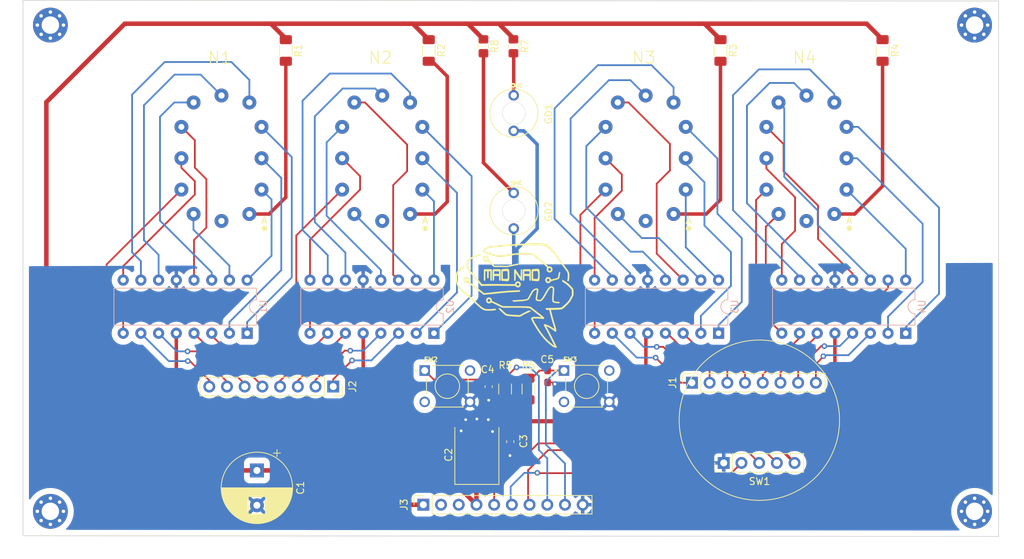
<source format=kicad_pcb>
(kicad_pcb (version 20211014) (generator pcbnew)
  (layers (0 "F.Cu" signal) (31 "B.Cu" signal) (34 "B.Paste" user) (35 "F.Paste" user) (36 "B.SilkS" user "B.Silkscreen") (37 "F.SilkS" user "F.Silkscreen") (38 "B.Mask" user) (39 "F.Mask" user) (44 "Edge.Cuts" user))
  (net 0 "")
  (net 1 "Vdrive")
  (net 2 "+5V")
  (net 4 "Earth")
  (net 8 "NIXIE1_C")
  (net 9 "NIXIE1_B")
  (net 10 "NIXIE1_D")
  (net 11 "NIXIE1_A")
  (net 12 "NIXIE2_C")
  (net 13 "NIXIE2_B")
  (net 14 "NIXIE2_D")
  (net 15 "NIXIE2_A")
  (net 16 "NIXIE3_C")
  (net 17 "NIXIE3_B")
  (net 18 "NIXIE3_D")
  (net 19 "NIXIE3_A")
  (net 20 "NIXIE4_C")
  (net 21 "NIXIE4_B")
  (net 22 "NIXIE4_D")
  (net 23 "NIXIE4_A")
  (net 24 "NX1_5")
  (net 25 "NX1_4")
  (net 26 "NX1_3")
  (net 27 "NX1_2")
  (net 28 "NX1_1")
  (net 29 "NX1_9")
  (net 30 "NX1_8")
  (net 31 "NX1_7")
  (net 32 "NX1_6")
  (net 33 "NX2_5")
  (net 34 "NX2_4")
  (net 35 "NX2_3")
  (net 36 "NX2_2")
  (net 37 "NX2_1")
  (net 38 "NX2_9")
  (net 39 "NX2_8")
  (net 40 "NX2_7")
  (net 41 "NX2_6")
  (net 42 "NX3_5")
  (net 43 "NX3_4")
  (net 44 "NX3_3")
  (net 45 "NX3_2")
  (net 46 "NX3_1")
  (net 47 "NX3_9")
  (net 48 "NX3_8")
  (net 49 "NX3_7")
  (net 50 "NX3_6")
  (net 51 "NX4_5")
  (net 52 "NX4_4")
  (net 53 "NX4_3")
  (net 54 "NX4_2")
  (net 55 "NX4_1")
  (net 56 "NX4_9")
  (net 57 "NX4_8")
  (net 58 "NX4_7")
  (net 59 "NX4_6")
  (net 60 "NX1_0")
  (net 61 "NX2_0")
  (net 62 "NX3_0")
  (net 63 "NX4_0")
  (net 64 "Net-(GD1-Pad1)")
  (net 65 "Net-(GD2-Pad1)")
  (net 66 "BUTTON_OK")
  (net 67 "BUTTON_NOPE")
  (net 68 "DATA")
  (net 69 "CLK")
  (net 70 "SWITCH")
  (net 73 "Net-(N1-Pad1)")
  (net 74 "Net-(N2-Pad1)")
  (net 75 "Net-(N3-Pad1)")
  (net 76 "Net-(N4-Pad1)")
  (footprint "Retro_clock:IN-12A" (layer "F.Cu") (at 81.32 61.4)
    (fp_text reference "N1")
    (fp_text value "IN-12A")
    (fp_line (start 2.545937 0.000001) (end 2.545937 0.000001) (layer "Edge.Cuts") (width 0.00425))
    (fp_curve (pts (xy 1.800249 -1.800301) (xy 2.277705 -1.322832) (xy 2.545937 -0.675244) (xy 2.545937 0.000001)) (layer "Edge.Cuts") (width 0.00425))
    (fp_curve (pts (xy -1.800249 -1.800301) (xy -1.322795 -2.27777) (xy -0.675224 -2.546009) (xy -0.000001 -2.546009)) (layer "Edge.Cuts") (width 0.00425))
    (fp_curve (pts (xy -2.545937 0.000001) (xy -2.545937 -0.675244) (xy -2.277705 -1.322832) (xy -1.800249 -1.800301)) (layer "Edge.Cuts") (width 0.00425))
    (fp_curve (pts (xy -0.000001 2.54601) (xy -1.406082 2.54601) (xy -2.545937 1.406123) (xy -2.545937 0.000001)) (layer "Edge.Cuts") (width 0.00425))
    (fp_curve (pts (xy -0.000001 -2.546009) (xy 0.675224 -2.546009) (xy 1.322792 -2.27777) (xy 1.800249 -1.800301)) (layer "Edge.Cuts") (width 0.00425))
    (fp_curve (pts (xy 2.545937 0.000001) (xy 2.545937 1.406123) (xy 1.406082 2.54601) (xy -0.000001 2.54601)) (layer "Edge.Cuts") (width 0.00425))
  )
  (footprint "Retro_clock:IN-12A" (layer "F.Cu") (at 104.380001 61.4)
    (fp_text reference "N2")
    (fp_text value "IN-12A")
    (fp_line (start 2.545937 0.000001) (end 2.545937 0.000001) (layer "Edge.Cuts") (width 0.00425))
    (fp_curve (pts (xy 1.800249 -1.800301) (xy 2.277705 -1.322832) (xy 2.545937 -0.675244) (xy 2.545937 0.000001)) (layer "Edge.Cuts") (width 0.00425))
    (fp_curve (pts (xy -0.000001 2.54601) (xy -1.406082 2.54601) (xy -2.545937 1.406123) (xy -2.545937 0.000001)) (layer "Edge.Cuts") (width 0.00425))
    (fp_curve (pts (xy 2.545937 0.000001) (xy 2.545937 1.406123) (xy 1.406082 2.54601) (xy -0.000001 2.54601)) (layer "Edge.Cuts") (width 0.00425))
    (fp_curve (pts (xy -1.800249 -1.800301) (xy -1.322795 -2.27777) (xy -0.675224 -2.546009) (xy -0.000001 -2.546009)) (layer "Edge.Cuts") (width 0.00425))
    (fp_curve (pts (xy -2.545937 0.000001) (xy -2.545937 -0.675244) (xy -2.277705 -1.322832) (xy -1.800249 -1.800301)) (layer "Edge.Cuts") (width 0.00425))
    (fp_curve (pts (xy -0.000001 -2.546009) (xy 0.675224 -2.546009) (xy 1.322792 -2.27777) (xy 1.800249 -1.800301)) (layer "Edge.Cuts") (width 0.00425))
  )
  (footprint "Retro_clock:IN-12A" (layer "F.Cu") (at 142.17 61.4)
    (fp_text reference "N3")
    (fp_text value "IN-12A")
    (fp_line (start 2.545937 0.000001) (end 2.545937 0.000001) (layer "Edge.Cuts") (width 0.00425))
    (fp_curve (pts (xy -1.800249 -1.800301) (xy -1.322795 -2.27777) (xy -0.675224 -2.546009) (xy -0.000001 -2.546009)) (layer "Edge.Cuts") (width 0.00425))
    (fp_curve (pts (xy 1.800249 -1.800301) (xy 2.277705 -1.322832) (xy 2.545937 -0.675244) (xy 2.545937 0.000001)) (layer "Edge.Cuts") (width 0.00425))
    (fp_curve (pts (xy -0.000001 -2.546009) (xy 0.675224 -2.546009) (xy 1.322792 -2.27777) (xy 1.800249 -1.800301)) (layer "Edge.Cuts") (width 0.00425))
    (fp_curve (pts (xy -0.000001 2.54601) (xy -1.406082 2.54601) (xy -2.545937 1.406123) (xy -2.545937 0.000001)) (layer "Edge.Cuts") (width 0.00425))
    (fp_curve (pts (xy -2.545937 0.000001) (xy -2.545937 -0.675244) (xy -2.277705 -1.322832) (xy -1.800249 -1.800301)) (layer "Edge.Cuts") (width 0.00425))
    (fp_curve (pts (xy 2.545937 0.000001) (xy 2.545937 1.406123) (xy 1.406082 2.54601) (xy -0.000001 2.54601)) (layer "Edge.Cuts") (width 0.00425))
  )
  (footprint "Retro_clock:IN-12A" (layer "F.Cu") (at 165.230001 61.4)
    (fp_text reference "N4")
    (fp_text value "IN-12A")
    (fp_line (start 2.545937 0.000001) (end 2.545937 0.000001) (layer "Edge.Cuts") (width 0.00425))
    (fp_curve (pts (xy -1.800249 -1.800301) (xy -1.322795 -2.27777) (xy -0.675224 -2.546009) (xy -0.000001 -2.546009)) (layer "Edge.Cuts") (width 0.00425))
    (fp_curve (pts (xy 1.800249 -1.800301) (xy 2.277705 -1.322832) (xy 2.545937 -0.675244) (xy 2.545937 0.000001)) (layer "Edge.Cuts") (width 0.00425))
    (fp_curve (pts (xy -0.000001 2.54601) (xy -1.406082 2.54601) (xy -2.545937 1.406123) (xy -2.545937 0.000001)) (layer "Edge.Cuts") (width 0.00425))
    (fp_curve (pts (xy -0.000001 -2.546009) (xy 0.675224 -2.546009) (xy 1.322792 -2.27777) (xy 1.800249 -1.800301)) (layer "Edge.Cuts") (width 0.00425))
    (fp_curve (pts (xy -2.545937 0.000001) (xy -2.545937 -0.675244) (xy -2.277705 -1.322832) (xy -1.800249 -1.800301)) (layer "Edge.Cuts") (width 0.00425))
    (fp_curve (pts (xy 2.545937 0.000001) (xy 2.545937 1.406123) (xy 1.406082 2.54601) (xy -0.000001 2.54601)) (layer "Edge.Cuts") (width 0.00425))
  )
  (footprint "Resistor_SMD:R_1206_3216Metric_Pad1.30x1.75mm_HandSolder" (layer "F.Cu") (at 90.55 45.94 -90)
    (fp_text reference "R1")
    (fp_text value "15k")
  )
  (footprint "Resistor_SMD:R_1206_3216Metric_Pad1.30x1.75mm_HandSolder" (layer "F.Cu") (at 111.05 45.94 -90)
    (fp_text reference "R2")
    (fp_text value "15k")
  )
  (footprint "Resistor_SMD:R_1206_3216Metric_Pad1.30x1.75mm_HandSolder" (layer "F.Cu") (at 152.9 45.94 -90)
    (fp_text reference "R3")
    (fp_text value "15k")
  )
  (footprint "Resistor_SMD:R_1206_3216Metric_Pad1.30x1.75mm_HandSolder" (layer "F.Cu") (at 176.15 45.94 -90)
    (fp_text reference "R4")
    (fp_text value "15k")
  )
  (footprint "Resistor_SMD:R_1206_3216Metric_Pad1.30x1.75mm_HandSolder" (layer "F.Cu") (at 122 94.5 90)
    (fp_text reference "R5")
    (fp_text value "10k")
  )
  (footprint "Resistor_SMD:R_1206_3216Metric_Pad1.30x1.75mm_HandSolder" (layer "F.Cu") (at 125.35 94.5 90)
    (fp_text reference "R6")
    (fp_text value "10k")
  )
  (footprint "Retro_clock:KLS7-TS6601-13.0-180" (layer "F.Cu") (at 113.719 94.1)
    (fp_text reference "SW2")
    (fp_text value "KLS7-TS6601-13.0-180")
  )
  (footprint "Retro_clock:KLS7-TS6601-13.0-180" (layer "F.Cu") (at 133.7 94.1)
    (fp_text reference "SW3")
    (fp_text value "KLS7-TS6601-13.0-180")
  )
  (footprint "Capacitor_SMD:C_0603_1608Metric_Pad1.08x0.95mm_HandSolder" (layer "F.Cu") (at 122.75 102.05 -90)
    (fp_text reference "C3")
    (fp_text value "100nF")
  )
  (footprint "Resistor_SMD:R_0805_2012Metric_Pad1.20x1.40mm_HandSolder" (layer "F.Cu") (at 123.2 45.34 -90)
    (fp_text reference "R7")
    (fp_text value "240k")
  )
  (footprint "Resistor_SMD:R_0805_2012Metric_Pad1.20x1.40mm_HandSolder" (layer "F.Cu") (at 118.9 45.34 -90)
    (fp_text reference "R8")
    (fp_text value "240k")
  )
  (footprint "Retro_clock:INS-1" (layer "F.Cu") (at 123.16 54.96 -90)
    (fp_text reference "GD1")
    (fp_text value "INS-1")
    (fp_line (start 1.606773 -0.103085) (end 1.606773 -0.103085) (layer "Edge.Cuts") (width 0.05))
    (fp_curve (pts (xy -0.03 1.533829) (xy -0.933964 1.533829) (xy -1.666772 0.800958) (xy -1.666772 -0.103085)) (layer "Edge.Cuts") (width 0.05))
    (fp_curve (pts (xy 1.606773 -0.103085) (xy 1.606773 0.800958) (xy 0.873965 1.533829) (xy -0.03 1.533829)) (layer "Edge.Cuts") (width 0.05))
    (fp_curve (pts (xy -0.03 -1.74) (xy 0.404099 -1.74) (xy 0.820419 -1.567539) (xy 1.127373 -1.260558)) (layer "Edge.Cuts") (width 0.05))
    (fp_curve (pts (xy -1.187373 -1.260558) (xy -0.880418 -1.567539) (xy -0.464099 -1.74) (xy -0.03 -1.74)) (layer "Edge.Cuts") (width 0.05))
    (fp_curve (pts (xy -1.666772 -0.103085) (xy -1.666772 -0.537222) (xy -1.494327 -0.953577) (xy -1.187373 -1.260558)) (layer "Edge.Cuts") (width 0.05))
    (fp_curve (pts (xy 1.127373 -1.260558) (xy 1.434328 -0.953577) (xy 1.606773 -0.537222) (xy 1.606773 -0.103085)) (layer "Edge.Cuts") (width 0.05))
  )
  (footprint "Retro_clock:INS-1" (layer "F.Cu") (at 123.16 68.96 -90)
    (fp_text reference "GD2")
    (fp_text value "INS-1")
    (fp_line (start 1.606773 -0.103085) (end 1.606773 -0.103085) (layer "Edge.Cuts") (width 0.05))
    (fp_curve (pts (xy -0.03 1.533829) (xy -0.933964 1.533829) (xy -1.666772 0.800958) (xy -1.666772 -0.103085)) (layer "Edge.Cuts") (width 0.05))
    (fp_curve (pts (xy -1.187373 -1.260558) (xy -0.880418 -1.567539) (xy -0.464099 -1.74) (xy -0.03 -1.74)) (layer "Edge.Cuts") (width 0.05))
    (fp_curve (pts (xy 1.606773 -0.103085) (xy 1.606773 0.800958) (xy 0.873965 1.533829) (xy -0.03 1.533829)) (layer "Edge.Cuts") (width 0.05))
    (fp_curve (pts (xy -1.666772 -0.103085) (xy -1.666772 -0.537222) (xy -1.494327 -0.953577) (xy -1.187373 -1.260558)) (layer "Edge.Cuts") (width 0.05))
    (fp_curve (pts (xy 1.127373 -1.260558) (xy 1.434328 -0.953577) (xy 1.606773 -0.537222) (xy 1.606773 -0.103085)) (layer "Edge.Cuts") (width 0.05))
    (fp_curve (pts (xy -0.03 -1.74) (xy 0.404099 -1.74) (xy 0.820419 -1.567539) (xy 1.127373 -1.260558)) (layer "Edge.Cuts") (width 0.05))
  )
  (footprint "Capacitor_SMD:C_0603_1608Metric_Pad1.08x0.95mm_HandSolder" (layer "F.Cu") (at 119.65 94.1625 -90)
    (fp_text reference "C4")
    (fp_text value "0.1uF")
  )
  (footprint "Capacitor_SMD:C_0603_1608Metric_Pad1.08x0.95mm_HandSolder" (layer "F.Cu") (at 128.1 92.7 -90)
    (fp_text reference "C5")
    (fp_text value "0.1uF")
  )
  (footprint "Retro_clock:Encoder" (layer "F.Cu") (at 162.315 105.105 -90)
    (fp_text reference "SW1")
    (fp_text value "Rotary_Encoder_Switch")
  )
  (footprint "MountingHole:MountingHole_2.5mm_Pad_Via" (layer "F.Cu") (at 189.35 42.3)
    (fp_text reference "H1" hide)
    (fp_text value "MountingHole")
  )
  (footprint "MountingHole:MountingHole_2.5mm_Pad_Via" (layer "F.Cu") (at 56.775 112.05)
    (fp_text reference "H2" hide)
    (fp_text value "MountingHole")
  )
  (footprint "MountingHole:MountingHole_2.5mm_Pad_Via" (layer "F.Cu") (at 56.775 42.3)
    (fp_text reference "H4" hide)
    (fp_text value "MountingHole")
  )
  (footprint "MountingHole:MountingHole_2.5mm_Pad_Via" (layer "F.Cu") (at 189.35 112.05)
    (fp_text reference "H3" hide)
    (fp_text value "MountingHole")
  )
  (footprint "Connector_PinSocket_2.54mm:PinSocket_1x10_P2.54mm_Vertical" (layer "F.Cu") (at 110.275 111.1 90)
    (fp_text reference "J3")
    (fp_text value "Conn_01x10_Female")
  )
  (footprint "Capacitor_THT:CP_Radial_D10.0mm_P5.00mm" (layer "F.Cu") (at 86.4 106.182323 -90)
    (fp_text reference "C1")
    (fp_text value "22uF")
  )
  (footprint "Connector_PinSocket_2.54mm:PinSocket_1x08_P2.54mm_Vertical" (layer "F.Cu") (at 97.35 94.15 -90)
    (fp_text reference "J2")
    (fp_text value "Conn_01x08_Female")
  )
  (footprint "Connector_PinSocket_2.54mm:PinSocket_1x08_P2.54mm_Vertical" (layer "F.Cu") (at 148.8 93.6 90)
    (fp_text reference "J1")
    (fp_text value "Conn_01x08_Female")
  )
  (footprint "NadSilk:brain_logo" (layer "F.Cu") (at 123.25 80.85)
    (fp_text reference "G***" hide)
    (fp_text value "LOGO" hide)
  )
  (footprint "Capacitor_Tantalum_SMD:CP_EIA-7361-38_AVX-V_Pad2.18x3.30mm_HandSolder" (layer "F.Cu") (at 117.95 103.65 90)
    (fp_text reference "C2")
    (fp_text value "22uF")
  )
  (footprint "Package_DIP:DIP-16_W7.62mm" (layer "B.Cu") (at 111.8 86.5 90)
    (fp_text reference "U2")
    (fp_text value "K155ID1")
  )
  (footprint "Package_DIP:DIP-16_W7.62mm" (layer "B.Cu") (at 85 86.5 90)
    (fp_text reference "U1")
    (fp_text value "K155ID1")
  )
  (footprint "Package_DIP:DIP-16_W7.62mm" (layer "B.Cu") (at 179.475 86.5 90)
    (fp_text reference "U4")
    (fp_text value "K155ID1")
  )
  (footprint "Package_DIP:DIP-16_W7.62mm" (layer "B.Cu") (at 152.625 86.5 90)
    (fp_text reference "U3")
    (fp_text value "K155ID1")
  )
  (gr_line (start 52.85 115.55) (end 52.85 38.75) (layer "Edge.Cuts") (width 0.1))
  (gr_line (start 192.8 38.85) (end 192.8 115.65) (layer "Edge.Cuts") (width 0.1))
  (gr_line (start 52.85 38.75) (end 192.8 38.85) (layer "Edge.Cuts") (width 0.1))
  (gr_line (start 192.8 115.65) (end 52.85 115.55) (layer "Edge.Cuts") (width 0.1))
  (segment (start 88.4 42.1) (end 87.55 42.1) (width 0.65) (layer "F.Cu") (net 1))
  (segment (start 108.4 111.1) (end 103.482323 106.182323) (width 0.65) (layer "F.Cu") (net 1))
  (segment (start 108.76 42.1) (end 107.25 42.1) (width 0.65) (layer "F.Cu") (net 1))
  (segment (start 150.61 42.1) (end 149.65 42.1) (width 0.65) (layer "F.Cu") (net 1))
  (segment (start 118.9 44.34) (end 116.66 42.1) (width 0.65) (layer "F.Cu") (net 1))
  (segment (start 87.55 42.1) (end 107.25 42.1) (width 0.65) (layer "F.Cu") (net 1))
  (segment (start 149.65 42.1) (end 173.86 42.1) (width 0.65) (layer "F.Cu") (net 1))
  (segment (start 103.482323 106.182323) (end 63.682323 106.182323) (width 0.65) (layer "F.Cu") (net 1))
  (segment (start 121.1 42.1) (end 149.65 42.1) (width 0.65) (layer "F.Cu") (net 1))
  (segment (start 90.55 44.25) (end 88.4 42.1) (width 0.65) (layer "F.Cu") (net 1))
  (segment (start 63.682323 106.182323) (end 56.2 98.7) (width 0.65) (layer "F.Cu") (net 1))
  (segment (start 90.55 44.39) (end 90.55 44.25) (width 0.65) (layer "F.Cu") (net 1))
  (segment (start 56.2 53.35) (end 67.45 42.1) (width 0.65) (layer "F.Cu") (net 1))
  (segment (start 110.275 111.1) (end 108.4 111.1) (width 0.65) (layer "F.Cu") (net 1))
  (segment (start 107.25 42.1) (end 116.1 42.1) (width 0.65) (layer "F.Cu") (net 1))
  (segment (start 123.2 44.2) (end 121.1 42.1) (width 0.65) (layer "F.Cu") (net 1))
  (segment (start 56.2 98.7) (end 56.2 53.35) (width 0.65) (layer "F.Cu") (net 1))
  (segment (start 152.9 44.39) (end 150.61 42.1) (width 0.65) (layer "F.Cu") (net 1))
  (segment (start 173.86 42.1) (end 176.15 44.39) (width 0.65) (layer "F.Cu") (net 1))
  (segment (start 123.2 44.34) (end 123.2 44.2) (width 0.65) (layer "F.Cu") (net 1))
  (segment (start 67.45 42.1) (end 87.55 42.1) (width 0.65) (layer "F.Cu") (net 1))
  (segment (start 116.1 42.1) (end 121.1 42.1) (width 0.65) (layer "F.Cu") (net 1))
  (segment (start 111.05 44.39) (end 108.76 42.1) (width 0.65) (layer "F.Cu") (net 1))
  (segment (start 116.66 42.1) (end 116.1 42.1) (width 0.65) (layer "F.Cu") (net 1))
  (segment (start 142.465 86.5) (end 142.2 86.765) (width 0.5) (layer "F.Cu") (net 2))
  (segment (start 101.65 86.51) (end 101.65 94.855) (width 0.5) (layer "F.Cu") (net 2))
  (segment (start 78.55 99.8) (end 76.75 98) (width 0.5) (layer "F.Cu") (net 2))
  (segment (start 125.95 96.05) (end 124.3 96.05) (width 0.25) (layer "F.Cu") (net 2))
  (segment (start 163.525 105.105) (end 157.62 99.2) (width 0.4) (layer "F.Cu") (net 2))
  (segment (start 74.84 86.5) (end 74.84 96.09) (width 0.5) (layer "F.Cu") (net 2))
  (segment (start 117.95 105.7375) (end 117.95 106.8375) (width 0.6) (layer "F.Cu") (net 2))
  (segment (start 165.4 99.05) (end 157.5 99.05) (width 0.5) (layer "F.Cu") (net 2))
  (segment (start 169.315 95.135) (end 165.4 99.05) (width 0.5) (layer "F.Cu") (net 2))
  (segment (start 117.895 111.1) (end 107.1475 100.3525) (width 0.65) (layer "F.Cu") (net 2))
  (segment (start 101.64 86.5) (end 101.65 86.51) (width 0.5) (layer "F.Cu") (net 2))
  (segment (start 157.475 99.125) (end 157.5 99.15) (width 0.6) (layer "F.Cu") (net 2))
  (segment (start 142.2 94.45) (end 137.525 99.125) (width 0.5) (layer "F.Cu") (net 2))
  (segment (start 74.84 96.09) (end 76.75 98) (width 0.5) (layer "F.Cu") (net 2))
  (segment (start 123.1 96.05) (end 123.7 96.65) (width 0.25) (layer "F.Cu") (net 2))
  (segment (start 106.595 99.8) (end 78.55 99.8) (width 0.5) (layer "F.Cu") (net 2))
  (segment (start 137.525 99.125) (end 124.5625 99.125) (width 0.6) (layer "F.Cu") (net 2))
  (segment (start 117.895 106.155) (end 117.895 111.1) (width 0.65) (layer "F.Cu") (net 2))
  (segment (start 121.35 96.05) (end 123.1 96.05) (width 0.25) (layer "F.Cu") (net 2))
  (segment (start 124.3 96.05) (end 123.7 96.65) (width 0.25) (layer "F.Cu") (net 2))
  (segment (start 101.65 94.855) (end 107.1475 100.3525) (width 0.5) (layer "F.Cu") (net 2))
  (segment (start 107.1475 100.3525) (end 106.595 99.8) (width 0.5) (layer "F.Cu") (net 2))
  (segment (start 124.5625 99.125) (end 117.95 105.7375) (width 0.6) (layer "F.Cu") (net 2))
  (segment (start 169.315 86.5) (end 169.315 95.135) (width 0.5) (layer "F.Cu") (net 2))
  (segment (start 137.525 99.125) (end 157.475 99.125) (width 0.6) (layer "F.Cu") (net 2))
  (segment (start 123.55 100.1) (end 123.55 96.55) (width 0.4) (layer "F.Cu") (net 2))
  (segment (start 142.2 86.765) (end 142.2 94.45) (width 0.5) (layer "F.Cu") (net 2))
  (segment (start 129.15 93.8) (end 128.9125 93.5625) (width 0.25) (layer "F.Cu") (net 4))
  (segment (start 117.95 100.4625) (end 117.95 98.8) (width 0.4) (layer "F.Cu") (net 4))
  (segment (start 117.95 100.4625) (end 115.7375 100.4625) (width 0.4) (layer "F.Cu") (net 4))
  (segment (start 119.65 95.025) (end 119.65 96.1) (width 0.25) (layer "F.Cu") (net 4))
  (segment (start 117.95 100.4625) (end 120.0625 100.4625) (width 0.4) (layer "F.Cu") (net 4))
  (segment (start 115.7375 100.4625) (end 115.7 100.5) (width 0.4) (layer "F.Cu") (net 4))
  (segment (start 122.75 102.9125) (end 122.75 104) (width 0.4) (layer "F.Cu") (net 4))
  (segment (start 118.0375 100.4625) (end 119.6 98.9) (width 0.4) (layer "F.Cu") (net 4))
  (segment (start 117.95 100.4625) (end 117.9125 100.4625) (width 0.4) (layer "F.Cu") (net 4))
  (segment (start 128.9125 93.5625) (end 128.1 93.5625) (width 0.25) (layer "F.Cu") (net 4))
  (segment (start 117.9125 100.4625) (end 116.35 98.9) (width 0.4) (layer "F.Cu") (net 4))
  (segment (start 120.0625 100.4625) (end 120.2 100.6) (width 0.4) (layer "F.Cu") (net 4))
  (segment (start 117.95 100.4625) (end 118.0375 100.4625) (width 0.4) (layer "F.Cu") (net 4))
  (segment (start 122.75 104) (end 122.7 104.05) (width 0.4) (layer "F.Cu") (net 4))
  (via (at 119.6 98.9) (size 0.8) (drill 0.4) (layers "F.Cu" "B.Cu") (net 4))
  (via (at 122.7 104.05) (size 0.8) (drill 0.4) (layers "F.Cu" "B.Cu") (net 4))
  (via (at 115.7 100.5) (size 0.8) (drill 0.4) (layers "F.Cu" "B.Cu") (net 4))
  (via (at 116.35 98.9) (size 0.8) (drill 0.4) (layers "F.Cu" "B.Cu") (net 4))
  (via (at 117.95 98.8) (size 0.8) (drill 0.4) (layers "F.Cu" "B.Cu") (net 4))
  (via (at 120.2 100.6) (size 0.8) (drill 0.4) (layers "F.Cu" "B.Cu") (net 4))
  (via (at 129.15 93.8) (size 0.8) (drill 0.4) (layers "F.Cu" "B.Cu") (net 4))
  (via (at 119.65 96.1) (size 0.8) (drill 0.4) (layers "F.Cu" "B.Cu") (net 4))
  (segment (start 126.6 71.5) (end 126.6 59.4) (width 0.5) (layer "B.Cu") (net 4))
  (segment (start 123.55 77.45) (end 123.7 77.45) (width 0.5) (layer "B.Cu") (net 4))
  (segment (start 123.7 77.45) (end 123.7 74.4) (width 0.5) (layer "B.Cu") (net 4))
  (segment (start 124.67 57.47) (end 123.24 57.47) (width 0.5) (layer "B.Cu") (net 4))
  (segment (start 123.7 74.4) (end 126.6 71.5) (width 0.5) (layer "B.Cu") (net 4))
  (segment (start 123.24 71.47) (end 123.24 77.14) (width 0.5) (layer "B.Cu") (net 4))
  (segment (start 123.24 77.14) (end 123.55 77.45) (width 0.5) (layer "B.Cu") (net 4))
  (segment (start 126.6 59.4) (end 124.67 57.47) (width 0.5) (layer "B.Cu") (net 4))
  (segment (start 79.57 93.27) (end 76.8 90.5) (width 0.25) (layer "F.Cu") (net 8))
  (segment (start 79.57 94.15) (end 79.57 93.27) (width 0.25) (layer "F.Cu") (net 8))
  (segment (start 76.8 90.5) (end 76.485 90.5) (width 0.25) (layer "F.Cu") (net 8))
  (via (at 76.485 90.5) (size 0.8) (drill 0.4) (layers "F.Cu" "B.Cu") (net 8))
  (segment (start 73.76 90.5) (end 69.76 86.5) (width 0.25) (layer "B.Cu") (net 8))
  (segment (start 76.485 90.5) (end 73.76 90.5) (width 0.25) (layer "B.Cu") (net 8))
  (segment (start 82.11 93.46) (end 77.75 89.1) (width 0.25) (layer "F.Cu") (net 9))
  (segment (start 82.11 94.15) (end 82.11 93.46) (width 0.25) (layer "F.Cu") (net 9))
  (segment (start 77.75 89.1) (end 76.45 89.1) (width 0.25) (layer "F.Cu") (net 9))
  (via (at 76.45 89.1) (size 0.8) (drill 0.4) (layers "F.Cu" "B.Cu") (net 9))
  (segment (start 74.9 89.1) (end 72.3 86.5) (width 0.25) (layer "B.Cu") (net 9))
  (segment (start 76.45 89.1) (end 74.9 89.1) (width 0.25) (layer "B.Cu") (net 9))
  (segment (start 84.65 93.77) (end 84.65 94.15) (width 0.25) (layer "F.Cu") (net 10))
  (segment (start 77.38 86.5) (end 84.65 93.77) (width 0.25) (layer "F.Cu") (net 10))
  (segment (start 79.92 86.82) (end 79.92 86.5) (width 0.25) (layer "F.Cu") (net 11))
  (segment (start 87.25 94.15) (end 79.92 86.82) (width 0.25) (layer "F.Cu") (net 11))
  (segment (start 96.56 86.5) (end 89.73 93.33) (width 0.25) (layer "F.Cu") (net 12))
  (segment (start 89.73 93.33) (end 89.73 94.15) (width 0.25) (layer "F.Cu") (net 12))
  (segment (start 92.27 93.33) (end 92.27 94.15) (width 0.25) (layer "F.Cu") (net 13))
  (segment (start 99.1 86.5) (end 92.27 93.33) (width 0.25) (layer "F.Cu") (net 13))
  (segment (start 99.8 89) (end 99 89) (width 0.25) (layer "F.Cu") (net 14))
  (segment (start 94.81 93.19) (end 94.81 94.15) (width 0.25) (layer "F.Cu") (net 14))
  (segment (start 99 89) (end 94.81 93.19) (width 0.25) (layer "F.Cu") (net 14))
  (via (at 99.8 89) (size 0.8) (drill 0.4) (layers "F.Cu" "B.Cu") (net 14))
  (segment (start 104.18 86.5) (end 101.68 89) (width 0.25) (layer "B.Cu") (net 14))
  (segment (start 101.68 89) (end 99.8 89) (width 0.25) (layer "B.Cu") (net 14))
  (segment (start 100.05 90.4) (end 97.35 93.1) (width 0.25) (layer "F.Cu") (net 15))
  (segment (start 97.35 93.1) (end 97.35 94.15) (width 0.25) (layer "F.Cu") (net 15))
  (via (at 100.05 90.4) (size 0.8) (drill 0.4) (layers "F.Cu" "B.Cu") (net 15))
  (segment (start 106.72 86.5) (end 102.82 90.4) (width 0.25) (layer "B.Cu") (net 15))
  (segment (start 102.82 90.4) (end 100.05 90.4) (width 0.25) (layer "B.Cu") (net 15))
  (segment (start 147.2 93.6) (end 148.8 93.6) (width 0.25) (layer "F.Cu") (net 16))
  (segment (start 143.6 90) (end 147.2 93.6) (width 0.25) (layer "F.Cu") (net 16))
  (via (at 143.6 90) (size 0.8) (drill 0.4) (layers "F.Cu" "B.Cu") (net 16))
  (segment (start 143.6 90) (end 140.885 90) (width 0.25) (layer "B.Cu") (net 16))
  (segment (start 140.885 90) (end 137.385 86.5) (width 0.25) (layer "B.Cu") (net 16))
  (segment (start 144.7 88.45) (end 147.25 91) (width 0.25) (layer "F.Cu") (net 17))
  (segment (start 147.25 91) (end 150.4 91) (width 0.25) (layer "F.Cu") (net 17))
  (segment (start 151.34 91.94) (end 151.34 93.6) (width 0.25) (layer "F.Cu") (net 17))
  (segment (start 143.75 88.45) (end 144.7 88.45) (width 0.25) (layer "F.Cu") (net 17))
  (segment (start 150.4 91) (end 151.34 91.94) (width 0.25) (layer "F.Cu") (net 17))
  (via (at 143.75 88.45) (size 0.8) (drill 0.4) (layers "F.Cu" "B.Cu") (net 17))
  (segment (start 143.75 88.45) (end 141.875 88.45) (width 0.25) (layer "B.Cu") (net 17))
  (segment (start 141.875 88.45) (end 139.925 86.5) (width 0.25) (layer "B.Cu") (net 17))
  (segment (start 145.005 86.5) (end 145.25 86.5) (width 0.25) (layer "F.Cu") (net 18))
  (segment (start 153.88 91.48) (end 153.88 93.6) (width 0.25) (layer "F.Cu") (net 18))
  (segment (start 145.25 86.5) (end 148.5 89.75) (width 0.25) (layer "F.Cu") (net 18))
  (segment (start 148.5 89.75) (end 152.15 89.75) (width 0.25) (layer "F.Cu") (net 18))
  (segment (start 152.15 89.75) (end 153.88 91.48) (width 0.25) (layer "F.Cu") (net 18))
  (segment (start 156.42 92.27) (end 156.42 93.6) (width 0.25) (layer "F.Cu") (net 19))
  (segment (start 149.845 88.8) (end 152.95 88.8) (width 0.25) (layer "F.Cu") (net 19))
  (segment (start 152.95 88.8) (end 156.42 92.27) (width 0.25) (layer "F.Cu") (net 19))
  (segment (start 147.545 86.5) (end 149.845 88.8) (width 0.25) (layer "F.Cu") (net 19))
  (segment (start 164.235 87.165) (end 158.96 92.44) (width 0.25) (layer "F.Cu") (net 20))
  (segment (start 164.235 86.5) (end 164.235 87.165) (width 0.25) (layer "F.Cu") (net 20))
  (segment (start 158.96 92.44) (end 158.96 93.6) (width 0.25) (layer "F.Cu") (net 20))
  (segment (start 166.775 86.825) (end 161.5 92.1) (width 0.25) (layer "F.Cu") (net 21))
  (segment (start 161.5 92.1) (end 161.5 93.6) (width 0.25) (layer "F.Cu") (net 21))
  (segment (start 166.775 86.5) (end 166.775 86.825) (width 0.25) (layer "F.Cu") (net 21))
  (segment (start 167.8 88.35) (end 167.35 88.35) (width 0.25) (layer "F.Cu") (net 22))
  (segment (start 164.04 91.66) (end 164.04 93.6) (width 0.25) (layer "F.Cu") (net 22))
  (segment (start 167.35 88.35) (end 164.04 91.66) (width 0.25) (layer "F.Cu") (net 22))
  (via (at 167.8 88.35) (size 0.8) (drill 0.4) (layers "F.Cu" "B.Cu") (net 22))
  (segment (start 170.005 88.35) (end 167.8 88.35) (width 0.25) (layer "B.Cu") (net 22))
  (segment (start 171.855 86.5) (end 170.005 88.35) (width 0.25) (layer "B.Cu") (net 22))
  (segment (start 166.58 90.92) (end 166.58 93.6) (width 0.25) (layer "F.Cu") (net 23))
  (segment (start 167.65 89.85) (end 166.58 90.92) (width 0.25) (layer "F.Cu") (net 23))
  (segment (start 167.65 89.8) (end 167.65 89.85) (width 0.25) (layer "F.Cu") (net 23))
  (via (at 167.65 89.8) (size 0.8) (drill 0.4) (layers "F.Cu" "B.Cu") (net 23))
  (segment (start 167.65 89.8) (end 167.8 89.65) (width 0.25) (layer "B.Cu") (net 23))
  (segment (start 174.4 86.5) (end 174.395 86.5) (width 0.25) (layer "B.Cu") (net 23))
  (segment (start 167.8 89.65) (end 171.25 89.65) (width 0.25) (layer "B.Cu") (net 23))
  (segment (start 171.25 89.65) (end 174.4 86.5) (width 0.25) (layer "B.Cu") (net 23))
  (segment (start 72.5 70.35) (end 72.5 55.45) (width 0.25) (layer "B.Cu") (net 24))
  (segment (start 79.92 77.77) (end 72.5 70.35) (width 0.25) (layer "B.Cu") (net 24))
  (segment (start 72.5 55.45) (end 74.55 53.4) (width 0.25) (layer "B.Cu") (net 24))
  (segment (start 74.55 53.4) (end 77.32 53.4) (width 0.25) (layer "B.Cu") (net 24))
  (segment (start 79.92 78.88) (end 79.92 77.77) (width 0.25) (layer "B.Cu") (net 24))
  (segment (start 77.5 62.75) (end 77.5 58.83) (width 0.25) (layer "F.Cu") (net 25))
  (segment (start 77.5 58.83) (end 75.57 56.9) (width 0.25) (layer "F.Cu") (net 25))
  (segment (start 79.15 64.4) (end 77.5 62.75) (width 0.25) (layer "F.Cu") (net 25))
  (segment (start 77.38 73.12) (end 79.15 71.35) (width 0.25) (layer "F.Cu") (net 25))
  (segment (start 77.38 78.88) (end 77.38 73.12) (width 0.25) (layer "F.Cu") (net 25))
  (segment (start 79.15 71.35) (end 79.15 64.4) (width 0.25) (layer "F.Cu") (net 25))
  (segment (start 67.22 76.88) (end 77.5 66.6) (width 0.25) (layer "F.Cu") (net 26))
  (segment (start 67.22 78.88) (end 67.22 76.88) (width 0.25) (layer "F.Cu") (net 26))
  (segment (start 77.5 66.6) (end 77.5 64.7) (width 0.25) (layer "F.Cu") (net 26))
  (segment (start 75.57 62.77) (end 75.57 61.4) (width 0.25) (layer "F.Cu") (net 26))
  (segment (start 77.5 64.7) (end 75.57 62.77) (width 0.25) (layer "F.Cu") (net 26))
  (segment (start 64.85 80.6) (end 64.85 76.62) (width 0.25) (layer "F.Cu") (net 27))
  (segment (start 67.22 82.97) (end 64.85 80.6) (width 0.25) (layer "F.Cu") (net 27))
  (segment (start 64.85 76.62) (end 75.57 65.9) (width 0.25) (layer "F.Cu") (net 27))
  (segment (start 67.22 86.5) (end 67.22 82.97) (width 0.25) (layer "F.Cu") (net 27))
  (segment (start 77.3 69.42) (end 77.32 69.4) (width 0.25) (layer "B.Cu") (net 28))
  (segment (start 82.46 78.88) (end 82.46 76.81) (width 0.25) (layer "B.Cu") (net 28))
  (segment (start 82.46 76.81) (end 77.3 71.65) (width 0.25) (layer "B.Cu") (net 28))
  (segment (start 77.3 71.65) (end 77.3 69.42) (width 0.25) (layer "B.Cu") (net 28))
  (segment (start 82.46 84.89) (end 89.9 77.45) (width 0.25) (layer "B.Cu") (net 29))
  (segment (start 89.9 77.45) (end 89.9 64.23) (width 0.25) (layer "B.Cu") (net 29))
  (segment (start 89.9 64.23) (end 87.07 61.4) (width 0.25) (layer "B.Cu") (net 29))
  (segment (start 82.46 86.5) (end 82.46 84.89) (width 0.25) (layer "B.Cu") (net 29))
  (segment (start 87.07 56.9) (end 91.4 61.23) (width 0.25) (layer "B.Cu") (net 30))
  (segment (start 91.4 78.5) (end 85 84.9) (width 0.25) (layer "B.Cu") (net 30))
  (segment (start 85 84.9) (end 85 86.5) (width 0.25) (layer "B.Cu") (net 30))
  (segment (start 91.4 61.23) (end 91.4 78.5) (width 0.25) (layer "B.Cu") (net 30))
  (segment (start 73.17 47.6) (end 82.75 47.6) (width 0.25) (layer "B.Cu") (net 31))
  (segment (start 85.32 50.17) (end 85.32 53.4) (width 0.25) (layer "B.Cu") (net 31))
  (segment (start 68.5 74.9) (end 68.5 52.27) (width 0.25) (layer "B.Cu") (net 31))
  (segment (start 82.75 47.6) (end 85.32 50.17) (width 0.25) (layer "B.Cu") (net 31))
  (segment (start 69.76 76.16) (end 68.5 74.9) (width 0.25) (layer "B.Cu") (net 31))
  (segment (start 69.76 78.88) (end 69.76 76.16) (width 0.25) (layer "B.Cu") (net 31))
  (segment (start 68.5 52.27) (end 73.17 47.6) (width 0.25) (layer "B.Cu") (net 31))
  (segment (start 74.6 49.4) (end 78.32 49.4) (width 0.25) (layer "B.Cu") (net 32))
  (segment (start 78.32 49.4) (end 81.32 52.4) (width 0.25) (layer "B.Cu") (net 32))
  (segment (start 70.2 73.15) (end 70.2 53.8) (width 0.25) (layer "B.Cu") (net 32))
  (segment (start 70.2 53.8) (end 74.6 49.4) (width 0.25) (layer "B.Cu") (net 32))
  (segment (start 72.3 78.88) (end 72.3 75.25) (width 0.25) (layer "B.Cu") (net 32))
  (segment (start 72.3 75.25) (end 70.2 73.15) (width 0.25) (layer "B.Cu") (net 32))
  (segment (start 105.95 65.25) (end 105.95 78.11) (width 0.25) (layer "F.Cu") (net 33))
  (segment (start 101.9 53.4) (end 107.95 59.45) (width 0.25) (layer "F.Cu") (net 33))
  (segment (start 107.95 59.45) (end 107.95 63.25) (width 0.25) (layer "F.Cu") (net 33))
  (segment (start 100.380001 53.4) (end 101.9 53.4) (width 0.25) (layer "F.Cu") (net 33))
  (segment (start 107.95 63.25) (end 105.95 65.25) (width 0.25) (layer "F.Cu") (net 33))
  (segment (start 105.95 78.11) (end 106.72 78.88) (width 0.25) (layer "F.Cu") (net 33))
  (segment (start 104.18 78.88) (end 104.18 77.43) (width 0.25) (layer "B.Cu") (net 34))
  (segment (start 96.4 59.130001) (end 98.630001 56.9) (width 0.25) (layer "B.Cu") (net 34))
  (segment (start 104.18 77.43) (end 96.4 69.65) (width 0.25) (layer "B.Cu") (net 34))
  (segment (start 96.4 69.65) (end 96.4 59.130001) (width 0.25) (layer "B.Cu") (net 34))
  (segment (start 101.2 65.9) (end 101.2 63.969999) (width 0.25) (layer "F.Cu") (net 35))
  (segment (start 101.2 63.969999) (end 98.630001 61.4) (width 0.25) (layer "F.Cu") (net 35))
  (segment (start 94.02 78.88) (end 94.02 73.08) (width 0.25) (layer "F.Cu") (net 35))
  (segment (start 94.02 73.08) (end 101.2 65.9) (width 0.25) (layer "F.Cu") (net 35))
  (segment (start 94.02 86.5) (end 94.02 84.92) (width 0.25) (layer "F.Cu") (net 36))
  (segment (start 94.02 84.92) (end 92.05 82.95) (width 0.25) (layer "F.Cu") (net 36))
  (segment (start 92.05 72.480001) (end 98.630001 65.9) (width 0.25) (layer "F.Cu") (net 36))
  (segment (start 92.05 82.95) (end 92.05 72.480001) (width 0.25) (layer "F.Cu") (net 36))
  (segment (start 100.380001 69.4) (end 109.26 78.279999) (width 0.25) (layer "B.Cu") (net 37))
  (segment (start 109.26 78.279999) (end 109.26 78.88) (width 0.25) (layer "B.Cu") (net 37))
  (segment (start 115.1 80.66) (end 115.1 66.369999) (width 0.25) (layer "B.Cu") (net 38))
  (segment (start 115.1 66.369999) (end 110.130001 61.4) (width 0.25) (layer "B.Cu") (net 38))
  (segment (start 109.26 86.5) (end 115.1 80.66) (width 0.25) (layer "B.Cu") (net 38))
  (segment (start 117.2 81.1) (end 117.2 63.969999) (width 0.25) (layer "B.Cu") (net 39))
  (segment (start 117.2 63.969999) (end 110.130001 56.9) (width 0.25) (layer "B.Cu") (net 39))
  (segment (start 111.8 86.5) (end 117.2 81.1) (width 0.25) (layer "B.Cu") (net 39))
  (segment (start 96.85 49.25) (end 105.65 49.25) (width 0.25) (layer "B.Cu") (net 40))
  (segment (start 96.56 75.31) (end 92.95 71.7) (width 0.25) (layer "B.Cu") (net 40))
  (segment (start 108.380001 51.980001) (end 108.380001 53.4) (width 0.25) (layer "B.Cu") (net 40))
  (segment (start 92.95 53.15) (end 96.85 49.25) (width 0.25) (layer "B.Cu") (net 40))
  (segment (start 105.65 49.25) (end 108.380001 51.980001) (width 0.25) (layer "B.Cu") (net 40))
  (segment (start 92.95 71.7) (end 92.95 53.15) (width 0.25) (layer "B.Cu") (net 40))
  (segment (start 96.56 78.88) (end 96.56 75.31) (width 0.25) (layer "B.Cu") (net 40))
  (segment (start 94.7 55.4) (end 98.7 51.4) (width 0.25) (layer "B.Cu") (net 41))
  (segment (start 103.380001 51.4) (end 104.380001 52.4) (width 0.25) (layer "B.Cu") (net 41))
  (segment (start 99.1 78.88) (end 99.1 74.95) (width 0.25) (layer "B.Cu") (net 41))
  (segment (start 98.7 51.4) (end 103.380001 51.4) (width 0.25) (layer "B.Cu") (net 41))
  (segment (start 94.7 70.55) (end 94.7 55.4) (width 0.25) (layer "B.Cu") (net 41))
  (segment (start 99.1 74.95) (end 94.7 70.55) (width 0.25) (layer "B.Cu") (net 41))
  (segment (start 143.75 65.05) (end 145.65 63.15) (width 0.25) (layer "F.Cu") (net 42))
  (segment (start 143.75 75.085) (end 143.75 65.05) (width 0.25) (layer "F.Cu") (net 42))
  (segment (start 147.545 78.88) (end 143.75 75.085) (width 0.25) (layer "F.Cu") (net 42))
  (segment (start 145.65 63.15) (end 145.65 59.35) (width 0.25) (layer "F.Cu") (net 42))
  (segment (start 145.65 59.35) (end 139.7 53.4) (width 0.25) (layer "F.Cu") (net 42))
  (segment (start 139.7 53.4) (end 138.17 53.4) (width 0.25) (layer "F.Cu") (net 42))
  (segment (start 140 74.8) (end 141.75 74.8) (width 0.25) (layer "B.Cu") (net 43))
  (segment (start 133.65 59.67) (end 133.65 68.45) (width 0.25) (layer "B.Cu") (net 43))
  (segment (start 133.65 68.45) (end 140 74.8) (width 0.25) (layer "B.Cu") (net 43))
  (segment (start 141.75 74.8) (end 145.005 78.055) (width 0.25) (layer "B.Cu") (net 43))
  (segment (start 145.005 78.055) (end 145.005 78.88) (width 0.25) (layer "B.Cu") (net 43))
  (segment (start 136.42 56.9) (end 133.65 59.67) (width 0.25) (layer "B.Cu") (net 43))
  (segment (start 138.75 63.73) (end 136.42 61.4) (width 0.25) (layer "F.Cu") (net 44))
  (segment (start 138.75 66.05) (end 138.75 63.73) (width 0.25) (layer "F.Cu") (net 44))
  (segment (start 134.845 78.88) (end 134.845 69.955) (width 0.25) (layer "F.Cu") (net 44))
  (segment (start 134.845 69.955) (end 138.75 66.05) (width 0.25) (layer "F.Cu") (net 44))
  (segment (start 134.845 82.745) (end 132.8 80.7) (width 0.25) (layer "F.Cu") (net 45))
  (segment (start 132.8 69.52) (end 136.42 65.9) (width 0.25) (layer "F.Cu") (net 45))
  (segment (start 134.845 86.5) (end 134.845 82.745) (width 0.25) (layer "F.Cu") (net 45))
  (segment (start 132.8 80.7) (end 132.8 69.52) (width 0.25) (layer "F.Cu") (net 45))
  (segment (start 150.085 78.88) (end 144.055 72.85) (width 0.25) (layer "B.Cu") (net 46))
  (segment (start 144.055 72.85) (end 141.62 72.85) (width 0.25) (layer "B.Cu") (net 46))
  (segment (start 141.62 72.85) (end 138.17 69.4) (width 0.25) (layer "B.Cu") (net 46))
  (segment (start 150.6 71.05) (end 150.6 64.85) (width 0.25) (layer "B.Cu") (net 47))
  (segment (start 147.92 62.17) (end 147.92 61.4) (width 0.25) (layer "B.Cu") (net 47))
  (segment (start 154.4 74.85) (end 150.6 71.05) (width 0.25) (layer "B.Cu") (net 47))
  (segment (start 150.085 84.015) (end 154.4 79.7) (width 0.25) (layer "B.Cu") (net 47))
  (segment (start 150.6 64.85) (end 147.92 62.17) (width 0.25) (layer "B.Cu") (net 47))
  (segment (start 150.085 86.5) (end 150.085 84.015) (width 0.25) (layer "B.Cu") (net 47))
  (segment (start 154.4 79.7) (end 154.4 74.85) (width 0.25) (layer "B.Cu") (net 47))
  (segment (start 152.625 86.5) (end 152.625 85.325) (width 0.25) (layer "B.Cu") (net 48))
  (segment (start 152.46 61.44) (end 147.92 56.9) (width 0.25) (layer "B.Cu") (net 48))
  (segment (start 155.95 72.85) (end 152.46 69.36) (width 0.25) (layer "B.Cu") (net 48))
  (segment (start 152.625 85.325) (end 155.95 82) (width 0.25) (layer "B.Cu") (net 48))
  (segment (start 152.46 69.36) (end 152.46 61.44) (width 0.25) (layer "B.Cu") (net 48))
  (segment (start 155.95 82) (end 155.95 72.85) (width 0.25) (layer "B.Cu") (net 48))
  (segment (start 129.1 54.25) (end 135.3 48.05) (width 0.25) (layer "B.Cu") (net 49))
  (segment (start 143 48.05) (end 146.17 51.22) (width 0.25) (layer "B.Cu") (net 49))
  (segment (start 146.17 51.22) (end 146.17 53.4) (width 0.25) (layer "B.Cu") (net 49))
  (segment (start 137.385 78.385) (end 129.1 70.1) (width 0.25) (layer "B.Cu") (net 49))
  (segment (start 137.385 78.88) (end 137.385 78.385) (width 0.25) (layer "B.Cu") (net 49))
  (segment (start 129.1 70.1) (end 129.1 54.25) (width 0.25) (layer "B.Cu") (net 49))
  (segment (start 135.3 48.05) (end 143 48.05) (width 0.25) (layer "B.Cu") (net 49))
  (segment (start 139.97 50.2) (end 142.17 52.4) (width 0.25) (layer "B.Cu") (net 50))
  (segment (start 136.9 50.2) (end 139.97 50.2) (width 0.25) (layer "B.Cu") (net 50))
  (segment (start 131.4 55.7) (end 136.9 50.2) (width 0.25) (layer "B.Cu") (net 50))
  (segment (start 139.925 77.875) (end 131.4 69.35) (width 0.25) (layer "B.Cu") (net 50))
  (segment (start 139.925 78.88) (end 139.925 77.875) (width 0.25) (layer "B.Cu") (net 50))
  (segment (start 131.4 69.35) (end 131.4 55.7) (width 0.25) (layer "B.Cu") (net 50))
  (segment (start 174.395 78.495) (end 174.395 78.88) (width 0.25) (layer "B.Cu") (net 51))
  (segment (start 161.230001 53.4) (end 162.05 54.219999) (width 0.25) (layer "B.Cu") (net 51))
  (segment (start 166.85 68.893832) (end 166.85 70.95) (width 0.25) (layer "B.Cu") (net 51))
  (segment (start 166.85 70.95) (end 174.395 78.495) (width 0.25) (layer "B.Cu") (net 51))
  (segment (start 162.05 54.219999) (end 162.05 64.093832) (width 0.25) (layer "B.Cu") (net 51))
  (segment (start 162.05 64.093832) (end 166.85 68.893832) (width 0.25) (layer "B.Cu") (net 51))
  (segment (start 161.95 63.25) (end 166.9 68.2) (width 0.25) (layer "F.Cu") (net 52))
  (segment (start 166.9 68.2) (end 166.9 73) (width 0.25) (layer "F.Cu") (net 52))
  (segment (start 159.480001 56.9) (end 161.95 59.369999) (width 0.25) (layer "F.Cu") (net 52))
  (segment (start 166.9 73) (end 171.855 77.955) (width 0.25) (layer "F.Cu") (net 52))
  (segment (start 171.855 77.955) (end 171.855 78.88) (width 0.25) (layer "F.Cu") (net 52))
  (segment (start 161.95 59.369999) (end 161.95 63.25) (width 0.25) (layer "F.Cu") (net 52))
  (segment (start 159.480001 62.880001) (end 163.6 67) (width 0.25) (layer "F.Cu") (net 53))
  (segment (start 161.695 73.705) (end 161.695 78.88) (width 0.25) (layer "F.Cu") (net 53))
  (segment (start 163.6 71.8) (end 161.695 73.705) (width 0.25) (layer "F.Cu") (net 53))
  (segment (start 163.6 67) (end 163.6 71.8) (width 0.25) (layer "F.Cu") (net 53))
  (segment (start 159.480001 61.4) (end 159.480001 62.880001) (width 0.25) (layer "F.Cu") (net 53))
  (segment (start 158 67.380001) (end 158 82.805) (width 0.25) (layer "F.Cu") (net 54))
  (segment (start 159.480001 65.9) (end 158 67.380001) (width 0.25) (layer "F.Cu") (net 54))
  (segment (start 158 82.805) (end 161.695 86.5) (width 0.25) (layer "F.Cu") (net 54))
  (segment (start 176.935 80.015) (end 174.8 82.15) (width 0.25) (layer "F.Cu") (net 55))
  (segment (start 159.4 71.230001) (end 161.230001 69.4) (width 0.25) (layer "F.Cu") (net 55))
  (segment (start 159.4 79.85) (end 159.4 71.230001) (width 0.25) (layer "F.Cu") (net 55))
  (segment (start 161.7 82.15) (end 159.4 79.85) (width 0.25) (layer "F.Cu") (net 55))
  (segment (start 176.935 78.88) (end 176.935 80.015) (width 0.25) (layer "F.Cu") (net 55))
  (segment (start 174.8 82.15) (end 161.7 82.15) (width 0.25) (layer "F.Cu") (net 55))
  (segment (start 181.9 70.8) (end 181.9 79.15) (width 0.25) (layer "B.Cu") (net 56))
  (segment (start 176.935 84.115) (end 176.935 86.5) (width 0.25) (layer "B.Cu") (net 56))
  (segment (start 170.980001 61.4) (end 172.5 61.4) (width 0.25) (layer "B.Cu") (net 56))
  (segment (start 181.9 79.15) (end 176.935 84.115) (width 0.25) (layer "B.Cu") (net 56))
  (segment (start 172.5 61.4) (end 181.9 70.8) (width 0.25) (layer "B.Cu") (net 56))
  (segment (start 179.475 86.5) (end 179.475 85.625) (width 0.25) (layer "B.Cu") (net 57))
  (segment (start 179.475 85.625) (end 184.25 80.85) (width 0.25) (layer "B.Cu") (net 57))
  (segment (start 184.25 68.5) (end 172.65 56.9) (width 0.25) (layer "B.Cu") (net 57))
  (segment (start 184.25 80.85) (end 184.25 68.5) (width 0.25) (layer "B.Cu") (net 57))
  (segment (start 172.65 56.9) (end 170.980001 56.9) (width 0.25) (layer "B.Cu") (net 57))
  (segment (start 169.230001 53.4) (end 169.230001 52.180001) (width 0.25) (layer "B.Cu") (net 58))
  (segment (start 154.7 52.35) (end 154.7 68.85) (width 0.25) (layer "B.Cu") (net 58))
  (segment (start 164.235 78.385) (end 164.235 78.88) (width 0.25) (layer "B.Cu") (net 58))
  (segment (start 154.7 68.85) (end 164.235 78.385) (width 0.25) (layer "B.Cu") (net 58))
  (segment (start 158.4 48.65) (end 154.7 52.35) (width 0.25) (layer "B.Cu") (net 58))
  (segment (start 165.7 48.65) (end 158.4 48.65) (width 0.25) (layer "B.Cu") (net 58))
  (segment (start 169.230001 52.180001) (end 165.7 48.65) (width 0.25) (layer "B.Cu") (net 58))
  (segment (start 156.7 67.85) (end 156.7 53.85) (width 0.25) (layer "B.Cu") (net 59))
  (segment (start 166.775 78.88) (end 166.775 77.925) (width 0.25) (layer "B.Cu") (net 59))
  (segment (start 163.430001 50.6) (end 165.230001 52.4) (width 0.25) (layer "B.Cu") (net 59))
  (segment (start 159.95 50.6) (end 163.430001 50.6) (width 0.25) (layer "B.Cu") (net 59))
  (segment (start 166.775 77.925) (end 156.7 67.85) (width 0.25) (layer "B.Cu") (net 59))
  (segment (start 156.7 53.85) (end 159.95 50.6) (width 0.25) (layer "B.Cu") (net 59))
  (segment (start 85 78.88) (end 88.5 75.38) (width 0.25) (layer "B.Cu") (net 60))
  (segment (start 88.5 75.38) (end 88.5 67.33) (width 0.25) (layer "B.Cu") (net 60))
  (segment (start 88.5 67.33) (end 87.07 65.9) (width 0.25) (layer "B.Cu") (net 60))
  (segment (start 111.8 78.88) (end 111.8 67.569999) (width 0.25) (layer "B.Cu") (net 61))
  (segment (start 111.8 67.569999) (end 110.130001 65.9) (width 0.25) (layer "B.Cu") (net 61))
  (segment (start 147.92 65.9) (end 147.92 74.175) (width 0.25) (layer "B.Cu") (net 62))
  (segment (start 147.92 74.175) (end 152.625 78.88) (width 0.25) (layer "B.Cu") (net 62))
  (segment (start 179.475 74.394999) (end 170.980001 65.9) (width 0.25) (layer "B.Cu") (net 63))
  (segment (start 179.475 78.88) (end 179.475 74.394999) (width 0.25) (layer "B.Cu") (net 63))
  (segment (start 123.2 46.34) (end 123.24 46.38) (width 0.5) (layer "F.Cu") (net 64))
  (segment (start 123.24 46.38) (end 123.24 52.38) (width 0.5) (layer "F.Cu") (net 64))
  (segment (start 118.9 62.04) (end 123.24 66.38) (width 0.5) (layer "F.Cu") (net 65))
  (segment (start 118.9 46.34) (end 118.9 62.04) (width 0.5) (layer "F.Cu") (net 65))
  (segment (start 121.15 93.15) (end 121.35 92.95) (width 0.25) (layer "F.Cu") (net 66))
  (segment (start 110.469 91.85) (end 111.769 93.15) (width 0.25) (layer "F.Cu") (net 66))
  (segment (start 111.769 93.15) (end 121.15 93.15) (width 0.25) (layer "F.Cu") (net 66))
  (segment (start 123.55 91.4) (end 122 92.95) (width 0.25) (layer "F.Cu") (net 66))
  (segment (start 123.65 91.4) (end 123.55 91.4) (width 0.25) (layer "F.Cu") (net 66))
  (via (at 123.65 91.4) (size 0.8) (drill 0.4) (layers "F.Cu" "B.Cu") (net 66))
  (segment (start 123.65 91.4) (end 125.6 91.4) (width 0.25) (layer "B.Cu") (net 66))
  (segment (start 128.055 104.405) (end 128.055 111.1) (width 0.25) (layer "B.Cu") (net 66))
  (segment (start 126.85 103.25) (end 128.05 104.45) (width 0.25) (layer "B.Cu") (net 66))
  (segment (start 126.85 92.65) (end 126.85 103.25) (width 0.25) (layer "B.Cu") (net 66))
  (segment (start 125.6 91.4) (end 126.85 92.65) (width 0.25) (layer "B.Cu") (net 66))
  (segment (start 130.45 91.85) (end 126.95 91.85) (width 0.25) (layer "F.Cu") (net 67))
  (segment (start 126.95 91.85) (end 125.95 92.85) (width 0.25) (layer "F.Cu") (net 67))
  (segment (start 125.95 92.85) (end 125.95 92.95) (width 0.25) (layer "F.Cu") (net 67))
  (segment (start 130.45 91.85) (end 129.451 91.85) (width 0.25) (layer "B.Cu") (net 67))
  (segment (start 129.451 91.85) (end 127.85 93.451) (width 0.25) (layer "B.Cu") (net 67))
  (segment (start 130.595 105.1975) (end 130.595 111.1) (width 0.25) (layer "B.Cu") (net 67))
  (segment (start 127.85 102.4525) (end 130.595 105.1975) (width 0.25) (layer "B.Cu") (net 67))
  (segment (start 127.85 93.451) (end 127.85 97.6025) (width 0.25) (layer "B.Cu") (net 67))
  (segment (start 127.85 97.4) (end 127.85 102.4525) (width 0.25) (layer "B.Cu") (net 67))
  (segment (start 128.175 103.275) (end 125.3 106.15) (width 0.25) (layer "F.Cu") (net 68))
  (segment (start 156.615 103.275) (end 128.175 103.275) (width 0.25) (layer "F.Cu") (net 68))
  (segment (start 125.3 110.885) (end 125.515 111.1) (width 0.25) (layer "F.Cu") (net 68))
  (segment (start 125.3 106.15) (end 125.3 110.885) (width 0.25) (layer "F.Cu") (net 68))
  (segment (start 158.445 105.105) (end 156.615 103.275) (width 0.25) (layer "F.Cu") (net 68))
  (segment (start 126.625 106.525) (end 126.675 106.575) (width 0.25) (layer "F.Cu") (net 69))
  (segment (start 138.375 108.175) (end 152.835 108.175) (width 0.25) (layer "F.Cu") (net 69))
  (segment (start 136.775 106.575) (end 138.375 108.175) (width 0.25) (layer "F.Cu") (net 69))
  (segment (start 126.675 106.575) (end 136.775 106.575) (width 0.25) (layer "F.Cu") (net 69))
  (segment (start 152.835 108.175) (end 155.905 105.105) (width 0.25) (layer "F.Cu") (net 69))
  (via (at 126.625 106.525) (size 0.8) (drill 0.4) (layers "F.Cu" "B.Cu") (net 69))
  (segment (start 126.625 106.525) (end 124.775 106.525) (width 0.25) (layer "B.Cu") (net 69))
  (segment (start 122.8 108.5) (end 122.8 110.925) (width 0.25) (layer "B.Cu") (net 69))
  (segment (start 122.8 110.925) (end 122.975 111.1) (width 0.25) (layer "B.Cu") (net 69))
  (segment (start 124.775 106.525) (end 122.8 108.5) (width 0.25) (layer "B.Cu") (net 69))
  (segment (start 120.435 108.6) (end 126.732699 102.302301) (width 0.25) (layer "F.Cu") (net 70))
  (segment (start 120.435 111.1) (end 120.435 108.6) (width 0.25) (layer "F.Cu") (net 70))
  (segment (start 126.732699 102.302301) (end 158.182301 102.302301) (width 0.25) (layer "F.Cu") (net 70))
  (segment (start 158.182301 102.302301) (end 160.985 105.105) (width 0.25) (layer "F.Cu") (net 70))
  (segment (start 88.15 69.4) (end 85.32 69.4) (width 0.5) (layer "F.Cu") (net 73))
  (segment (start 90.55 67) (end 88.15 69.4) (width 0.5) (layer "F.Cu") (net 73))
  (segment (start 90.55 47.49) (end 90.55 67) (width 0.5) (layer "F.Cu") (net 73))
  (segment (start 111.95 69.4) (end 108.380001 69.4) (width 0.5) (layer "F.Cu") (net 74))
  (segment (start 111.54 47.49) (end 113.7 49.65) (width 0.5) (layer "F.Cu") (net 74))
  (segment (start 113.7 49.65) (end 113.7 67.65) (width 0.5) (layer "F.Cu") (net 74))
  (segment (start 111.05 47.49) (end 111.54 47.49) (width 0.5) (layer "F.Cu") (net 74))
  (segment (start 113.7 67.65) (end 111.95 69.4) (width 0.5) (layer "F.Cu") (net 74))
  (segment (start 152.9 67.35) (end 150.85 69.4) (width 0.5) (layer "F.Cu") (net 75))
  (segment (start 152.9 47.49) (end 152.9 67.35) (width 0.5) (layer "F.Cu") (net 75))
  (segment (start 150.85 69.4) (end 146.17 69.4) (width 0.5) (layer "F.Cu") (net 75))
  (segment (start 176.15 47.49) (end 176.15 65.4) (width 0.5) (layer "F.Cu") (net 76))
  (segment (start 176.15 65.4) (end 172.15 69.4) (width 0.5) (layer "F.Cu") (net 76))
  (segment (start 172.15 69.4) (end 169.230001 69.4) (width 0.5) (layer "F.Cu") (net 76))
  (zone (net 4) (net_name "Earth") (layer "B.Cu") (connect_pads (clearance 0.85)) (min_thickness 0.254) (fill yes (thermal_gap 0.508) (thermal_bridge_width 0.508))
    (polygon (pts (xy 196.441715 76.393378) (xy 195.5 117.35) (xy 49.55 118.9) (xy 49.691715 76.893378)))
  )
)
</source>
